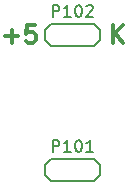
<source format=gto>
G04 #@! TF.FileFunction,Legend,Top*
%FSLAX46Y46*%
G04 Gerber Fmt 4.6, Leading zero omitted, Abs format (unit mm)*
G04 Created by KiCad (PCBNEW 4.0.4+e1-6308~48~ubuntu15.10.1-stable) date Fri Feb 24 14:21:57 2017*
%MOMM*%
%LPD*%
G01*
G04 APERTURE LIST*
%ADD10C,0.100000*%
%ADD11C,0.300000*%
%ADD12C,0.150000*%
G04 APERTURE END LIST*
D10*
D11*
X107934286Y-80752143D02*
X109077143Y-80752143D01*
X108505714Y-81323571D02*
X108505714Y-80180714D01*
X110505715Y-79823571D02*
X109791429Y-79823571D01*
X109720000Y-80537857D01*
X109791429Y-80466429D01*
X109934286Y-80395000D01*
X110291429Y-80395000D01*
X110434286Y-80466429D01*
X110505715Y-80537857D01*
X110577143Y-80680714D01*
X110577143Y-81037857D01*
X110505715Y-81180714D01*
X110434286Y-81252143D01*
X110291429Y-81323571D01*
X109934286Y-81323571D01*
X109791429Y-81252143D01*
X109720000Y-81180714D01*
X117082143Y-81323571D02*
X117082143Y-79823571D01*
X117939286Y-81323571D02*
X117296429Y-80466429D01*
X117939286Y-79823571D02*
X117082143Y-80680714D01*
D12*
X111865000Y-91175000D02*
X115465000Y-91175000D01*
X115465000Y-91175000D02*
X115965000Y-91675000D01*
X115965000Y-91675000D02*
X115965000Y-92475000D01*
X115965000Y-92475000D02*
X115465000Y-92975000D01*
X115465000Y-92975000D02*
X111865000Y-92975000D01*
X111865000Y-92975000D02*
X111365000Y-92475000D01*
X111365000Y-92475000D02*
X111365000Y-91675000D01*
X111365000Y-91675000D02*
X111865000Y-91175000D01*
X111865000Y-79745000D02*
X115465000Y-79745000D01*
X115465000Y-79745000D02*
X115965000Y-80245000D01*
X115965000Y-80245000D02*
X115965000Y-81045000D01*
X115965000Y-81045000D02*
X115465000Y-81545000D01*
X115465000Y-81545000D02*
X111865000Y-81545000D01*
X111865000Y-81545000D02*
X111365000Y-81045000D01*
X111365000Y-81045000D02*
X111365000Y-80245000D01*
X111365000Y-80245000D02*
X111865000Y-79745000D01*
X111974524Y-90527381D02*
X111974524Y-89527381D01*
X112355477Y-89527381D01*
X112450715Y-89575000D01*
X112498334Y-89622619D01*
X112545953Y-89717857D01*
X112545953Y-89860714D01*
X112498334Y-89955952D01*
X112450715Y-90003571D01*
X112355477Y-90051190D01*
X111974524Y-90051190D01*
X113498334Y-90527381D02*
X112926905Y-90527381D01*
X113212619Y-90527381D02*
X113212619Y-89527381D01*
X113117381Y-89670238D01*
X113022143Y-89765476D01*
X112926905Y-89813095D01*
X114117381Y-89527381D02*
X114212620Y-89527381D01*
X114307858Y-89575000D01*
X114355477Y-89622619D01*
X114403096Y-89717857D01*
X114450715Y-89908333D01*
X114450715Y-90146429D01*
X114403096Y-90336905D01*
X114355477Y-90432143D01*
X114307858Y-90479762D01*
X114212620Y-90527381D01*
X114117381Y-90527381D01*
X114022143Y-90479762D01*
X113974524Y-90432143D01*
X113926905Y-90336905D01*
X113879286Y-90146429D01*
X113879286Y-89908333D01*
X113926905Y-89717857D01*
X113974524Y-89622619D01*
X114022143Y-89575000D01*
X114117381Y-89527381D01*
X115403096Y-90527381D02*
X114831667Y-90527381D01*
X115117381Y-90527381D02*
X115117381Y-89527381D01*
X115022143Y-89670238D01*
X114926905Y-89765476D01*
X114831667Y-89813095D01*
X111974524Y-79097381D02*
X111974524Y-78097381D01*
X112355477Y-78097381D01*
X112450715Y-78145000D01*
X112498334Y-78192619D01*
X112545953Y-78287857D01*
X112545953Y-78430714D01*
X112498334Y-78525952D01*
X112450715Y-78573571D01*
X112355477Y-78621190D01*
X111974524Y-78621190D01*
X113498334Y-79097381D02*
X112926905Y-79097381D01*
X113212619Y-79097381D02*
X113212619Y-78097381D01*
X113117381Y-78240238D01*
X113022143Y-78335476D01*
X112926905Y-78383095D01*
X114117381Y-78097381D02*
X114212620Y-78097381D01*
X114307858Y-78145000D01*
X114355477Y-78192619D01*
X114403096Y-78287857D01*
X114450715Y-78478333D01*
X114450715Y-78716429D01*
X114403096Y-78906905D01*
X114355477Y-79002143D01*
X114307858Y-79049762D01*
X114212620Y-79097381D01*
X114117381Y-79097381D01*
X114022143Y-79049762D01*
X113974524Y-79002143D01*
X113926905Y-78906905D01*
X113879286Y-78716429D01*
X113879286Y-78478333D01*
X113926905Y-78287857D01*
X113974524Y-78192619D01*
X114022143Y-78145000D01*
X114117381Y-78097381D01*
X114831667Y-78192619D02*
X114879286Y-78145000D01*
X114974524Y-78097381D01*
X115212620Y-78097381D01*
X115307858Y-78145000D01*
X115355477Y-78192619D01*
X115403096Y-78287857D01*
X115403096Y-78383095D01*
X115355477Y-78525952D01*
X114784048Y-79097381D01*
X115403096Y-79097381D01*
M02*

</source>
